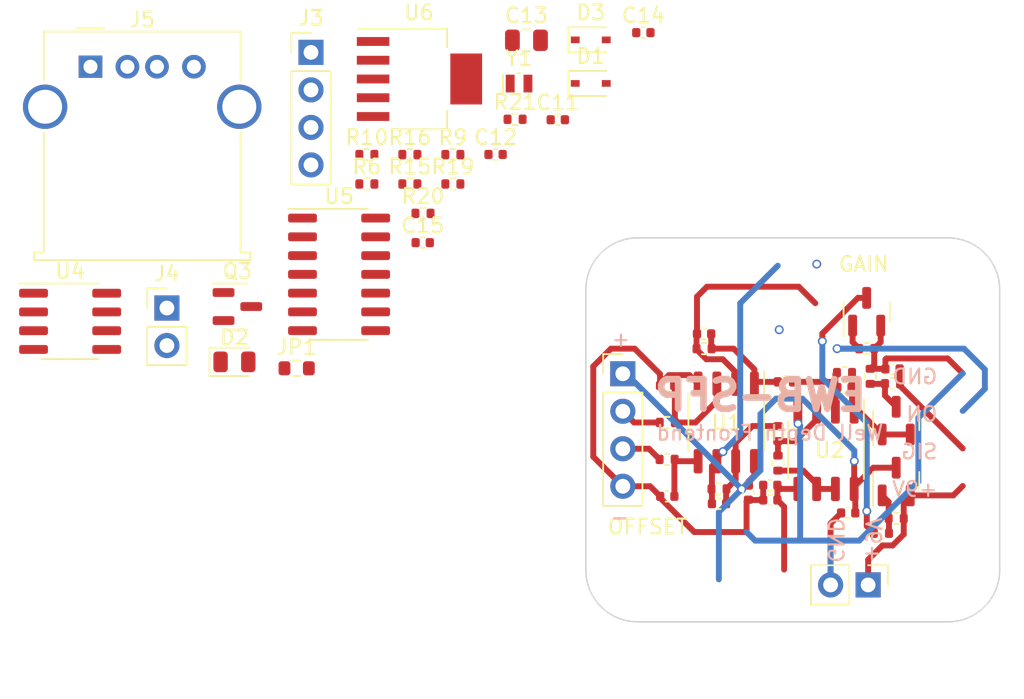
<source format=kicad_pcb>
(kicad_pcb (version 20211014) (generator pcbnew)
  (title_block (title "Depth Sensor") (date "2022-02-08") (rev "1") (company "EWB-SFP") (comment 1 "Hans Gaensbauer"))
  (layers (0 "F.Cu" signal) (31 "B.Cu" signal) (34 "B.Paste" user) (35 "F.Paste" user) (36 "B.SilkS" user "B.Silkscreen") (37 "F.SilkS" user "F.Silkscreen") (38 "B.Mask" user) (39 "F.Mask" user) (44 "Edge.Cuts" user))
  (net 0 "")
  (net 1 "GND")
  (net 2 "Net-(C1-Pad2)")
  (net 3 "Net-(C2-Pad2)")
  (net 4 "Net-(C3-Pad1)")
  (net 5 "Net-(C3-Pad2)")
  (net 6 "Net-(C4-Pad1)")
  (net 7 "Net-(C4-Pad2)")
  (net 8 "Net-(C5-Pad2)")
  (net 9 "VDD")
  (net 10 "Net-(C8-Pad1)")
  (net 11 "Net-(C8-Pad2)")
  (net 12 "Net-(C10-Pad2)")
  (net 13 "+9V")
  (net 14 "Net-(J2-Pad2)")
  (net 15 "Net-(J2-Pad3)")
  (net 16 "Net-(C11-Pad1)")
  (net 17 "Net-(Q1-Pad3)")
  (net 18 "Net-(Q2-Pad1)")
  (net 19 "Net-(R12-Pad2)")
  (net 20 "Net-(R13-Pad2)")
  (net 21 "Net-(R17-Pad1)")
  (net 22 "Net-(C12-Pad1)")
  (net 23 "Net-(C13-Pad1)")
  (net 24 "+3V3")
  (net 25 "Net-(D1-Pad1)")
  (net 26 "Net-(D2-Pad1)")
  (net 27 "Net-(D2-Pad2)")
  (net 28 "/VOUT")
  (net 29 "/SWCLK")
  (net 30 "/SWDIO")
  (net 31 "/TXD")
  (net 32 "/RXD")
  (net 34 "/USB_D-")
  (net 35 "/USB_D+")
  (net 36 "/A_ON")
  (net 37 "Net-(Q3-Pad3)")
  (net 38 "/SDA")
  (net 39 "/SCL")
  (footprint "Capacitor_SMD:C_0402_1005Metric" (layer "F.Cu") (at 84.46 39.82)
    (fp_text reference "C15" (at 0 -1.16) (layer "F.SilkS"))
    (fp_text value "2.2u")
    (pad "1" smd roundrect (at -0.48 0) (size 0.56 0.62) (layers "F.Cu" "F.Paste" "F.Mask") (net 1 "GND"))
    (pad "2" smd roundrect (at 0.48 0) (size 0.56 0.62) (layers "F.Cu" "F.Paste" "F.Mask") (net 24 "+3V3"))
  )
  (footprint "Package_TO_SOT_SMD:SOT-23" (layer "F.Cu") (at 116.5 56 90)
    (fp_text reference "Q2" hide)
    (fp_text value "Q_PMOS_GSD")
    (pad "1" smd roundrect locked (at -0.9375 -0.95 90) (size 1.475 0.6) (layers "F.Cu" "F.Paste" "F.Mask") (net 18 "Net-(Q2-Pad1)"))
    (pad "2" smd roundrect locked (at -0.9375 0.95 90) (size 1.475 0.6) (layers "F.Cu" "F.Paste" "F.Mask") (net 13 "+9V"))
    (pad "3" smd roundrect locked (at 0.9375 0 90) (size 1.475 0.6) (layers "F.Cu" "F.Paste" "F.Mask") (net 9 "VDD"))
  )
  (footprint "Capacitor_SMD:C_0402_1005Metric" (layer "F.Cu") (at 103.5 46)
    (fp_text reference "C3" hide)
    (fp_text value "1u")
    (pad "1" smd roundrect locked (at -0.48 0) (size 0.56 0.62) (layers "F.Cu" "F.Paste" "F.Mask") (net 4 "Net-(C3-Pad1)"))
    (pad "2" smd roundrect locked (at 0.48 0) (size 0.56 0.62) (layers "F.Cu" "F.Paste" "F.Mask") (net 5 "Net-(C3-Pad2)"))
  )
  (footprint "Resistor_SMD:R_0402_1005Metric" (layer "F.Cu") (at 116.5 58.5)
    (fp_text reference "R1" hide)
    (fp_text value "2.2k")
    (pad "1" smd roundrect locked (at -0.51 0) (size 0.54 0.64) (layers "F.Cu" "F.Paste" "F.Mask") (net 18 "Net-(Q2-Pad1)"))
    (pad "2" smd roundrect locked (at 0.51 0) (size 0.54 0.64) (layers "F.Cu" "F.Paste" "F.Mask") (net 13 "+9V"))
  )
  (footprint "Capacitor_SMD:C_0402_1005Metric" (layer "F.Cu") (at 107.98 56.25)
    (fp_text reference "C7" hide)
    (fp_text value "100n")
    (pad "1" smd roundrect locked (at -0.48 0) (size 0.56 0.62) (layers "F.Cu" "F.Paste" "F.Mask") (net 1 "GND"))
    (pad "2" smd roundrect locked (at 0.48 0) (size 0.56 0.62) (layers "F.Cu" "F.Paste" "F.Mask") (net 8 "Net-(C5-Pad2)"))
  )
  (footprint "Connector_PinHeader_2.54mm:PinHeader_1x02_P2.54mm_Vertical" (layer "F.Cu") (at 67.15 44.25)
    (fp_text reference "J4" (at 0 -2.33) (layer "F.SilkS"))
    (fp_text value "Conn_01x02_Male")
    (pad "1" thru_hole rect (at 0 0) (size 1.7 1.7) (drill 1) (layers *.Cu *.Mask) (net 31 "/TXD"))
    (pad "2" thru_hole oval (at 0 2.54) (size 1.7 1.7) (drill 1) (layers *.Cu *.Mask) (net 32 "/RXD"))
  )
  (footprint "Capacitor_SMD:C_0402_1005Metric" (layer "F.Cu") (at 113.25 58.125)
    (fp_text reference "C9" hide)
    (fp_text value "1u")
    (pad "1" smd roundrect locked (at -0.48 0) (size 0.56 0.62) (layers "F.Cu" "F.Paste" "F.Mask") (net 1 "GND"))
    (pad "2" smd roundrect locked (at 0.48 0) (size 0.56 0.62) (layers "F.Cu" "F.Paste" "F.Mask") (net 9 "VDD"))
  )
  (footprint "Capacitor_SMD:C_0402_1005Metric" (layer "F.Cu") (at 89.39 33.85)
    (fp_text reference "C12" (at 0 -1.16) (layer "F.SilkS"))
    (fp_text value "10p")
    (pad "1" smd roundrect (at -0.48 0) (size 0.56 0.62) (layers "F.Cu" "F.Paste" "F.Mask") (net 22 "Net-(C12-Pad1)"))
    (pad "2" smd roundrect (at 0.48 0) (size 0.56 0.62) (layers "F.Cu" "F.Paste" "F.Mask") (net 1 "GND"))
  )
  (footprint "Capacitor_SMD:C_0402_1005Metric" (layer "F.Cu") (at 106.5 56.75 90)
    (fp_text reference "C6" hide)
    (fp_text value "1u")
    (pad "1" smd roundrect locked (at -0.48 0 90) (size 0.56 0.62) (layers "F.Cu" "F.Paste" "F.Mask") (net 1 "GND"))
    (pad "2" smd roundrect locked (at 0.48 0 90) (size 0.56 0.62) (layers "F.Cu" "F.Paste" "F.Mask") (net 9 "VDD"))
  )
  (footprint "Resistor_SMD:R_0402_1005Metric" (layer "F.Cu") (at 101 54.5)
    (fp_text reference "R5" hide)
    (fp_text value "100")
    (pad "1" smd roundrect locked (at -0.51 0) (size 0.54 0.64) (layers "F.Cu" "F.Paste" "F.Mask") (net 15 "Net-(J2-Pad3)"))
    (pad "2" smd roundrect locked (at 0.51 0) (size 0.54 0.64) (layers "F.Cu" "F.Paste" "F.Mask") (net 3 "Net-(C2-Pad2)"))
  )
  (footprint "Resistor_SMD:R_0402_1005Metric" (layer "F.Cu") (at 104.51 56.5)
    (fp_text reference "R8" hide)
    (fp_text value "10k")
    (pad "1" smd roundrect locked (at -0.51 0) (size 0.54 0.64) (layers "F.Cu" "F.Paste" "F.Mask") (net 6 "Net-(C4-Pad1)"))
    (pad "2" smd roundrect locked (at 0.51 0) (size 0.54 0.64) (layers "F.Cu" "F.Paste" "F.Mask") (net 7 "Net-(C4-Pad2)"))
  )
  (footprint "Crystal:Crystal_SMD_MicroCrystal_CM9V-T1A-2Pin_1.6x1.0mm" (layer "F.Cu") (at 90.98 29.05)
    (fp_text reference "Y1" (at 0 -1.7) (layer "F.SilkS"))
    (fp_text value "Crystal_Small")
    (pad "1" smd rect (at -0.6 0) (size 0.6 1.2) (layers "F.Cu" "F.Paste" "F.Mask") (net 22 "Net-(C12-Pad1)"))
    (pad "2" smd rect (at 0.6 0) (size 0.6 1.2) (layers "F.Cu" "F.Paste" "F.Mask") (net 16 "Net-(C11-Pad1)"))
  )
  (footprint "Resistor_SMD:R_0402_1005Metric" (layer "F.Cu") (at 86.5 33.86)
    (fp_text reference "R9" (at 0 -1.17) (layer "F.SilkS"))
    (fp_text value "10k")
    (pad "1" smd roundrect (at -0.51 0) (size 0.54 0.64) (layers "F.Cu" "F.Paste" "F.Mask") (net 38 "/SDA"))
    (pad "2" smd roundrect (at 0.51 0) (size 0.54 0.64) (layers "F.Cu" "F.Paste" "F.Mask") (net 24 "+3V3"))
  )
  (footprint "Resistor_SMD:R_0402_1005Metric" (layer "F.Cu") (at 90.71 31.47)
    (fp_text reference "R21" (at 0 -1.17) (layer "F.SilkS"))
    (fp_text value "~")
    (pad "1" smd roundrect (at -0.51 0) (size 0.54 0.64) (layers "F.Cu" "F.Paste" "F.Mask") (net 1 "GND"))
    (pad "2" smd roundrect (at 0.51 0) (size 0.54 0.64) (layers "F.Cu" "F.Paste" "F.Mask") (net 8 "Net-(C5-Pad2)"))
  )
  (footprint "Capacitor_SMD:C_0805_2012Metric" (layer "F.Cu") (at 91.48 26.12)
    (fp_text reference "C13" (at 0 -1.68) (layer "F.SilkS"))
    (fp_text value "10u")
    (pad "1" smd roundrect (at -0.95 0) (size 1 1.45) (layers "F.Cu" "F.Paste" "F.Mask") (net 23 "Net-(C13-Pad1)"))
    (pad "2" smd roundrect (at 0.95 0) (size 1 1.45) (layers "F.Cu" "F.Paste" "F.Mask") (net 1 "GND"))
  )
  (footprint "MountingHole:MountingHole_3.2mm_M3" (layer "F.Cu") (at 120 62)
    (fp_text reference "H4" hide)
    (fp_text value "MountingHole")
    (pad "" np_thru_hole circle locked (at 0 0) (size 3.2 3.2) (drill 3.2) (layers *.Cu *.Mask))
  )
  (footprint "Connector_USB:USB_A_Molex_67643_Horizontal" (layer "F.Cu") (at 61.978208 27.91)
    (fp_text reference "J5" (at 3.5 -3.19) (layer "F.SilkS"))
    (fp_text value "USB_A")
    (pad "1" thru_hole rect (at 0 0) (size 1.6 1.5) (drill 0.95) (layers *.Cu *.Mask))
    (pad "2" thru_hole circle (at 2.5 0) (size 1.6 1.6) (drill 0.95) (layers *.Cu *.Mask) (net 34 "/USB_D-"))
    (pad "3" thru_hole circle (at 4.5 0) (size 1.6 1.6) (drill 0.95) (layers *.Cu *.Mask) (net 35 "/USB_D+"))
    (pad "4" thru_hole circle (at 7 0) (size 1.6 1.6) (drill 0.95) (layers *.Cu *.Mask) (net 1 "GND"))
    (pad "5" thru_hole circle (at -3.07 2.71) (size 3 3) (drill 2.3) (layers *.Cu *.Mask) (net 1 "GND"))
    (pad "5" thru_hole circle (at 10.07 2.71) (size 3 3) (drill 2.3) (layers *.Cu *.Mask) (net 1 "GND"))
  )
  (footprint "Resistor_SMD:R_0402_1005Metric" (layer "F.Cu") (at 114.5 47 180)
    (fp_text reference "R2" hide)
    (fp_text value "2.2k")
    (pad "1" smd roundrect locked (at -0.51 0 180) (size 0.54 0.64) (layers "F.Cu" "F.Paste" "F.Mask") (net 1 "GND"))
    (pad "2" smd roundrect locked (at 0.51 0 180) (size 0.54 0.64) (layers "F.Cu" "F.Paste" "F.Mask") (net 36 "/A_ON"))
  )
  (footprint "Connector_PinHeader_2.54mm:PinHeader_1x04_P2.54mm_Vertical" (layer "F.Cu") (at 98 48.7)
    (fp_text reference "J2" hide)
    (fp_text value "Conn_01x04_Female")
    (pad "1" thru_hole rect locked (at 0 0) (size 1.7 1.7) (drill 1) (layers *.Cu *.Mask) (net 9 "VDD"))
    (pad "2" thru_hole oval locked (at 0 2.54) (size 1.7 1.7) (drill 1) (layers *.Cu *.Mask) (net 14 "Net-(J2-Pad2)"))
    (pad "3" thru_hole oval locked (at 0 5.08) (size 1.7 1.7) (drill 1) (layers *.Cu *.Mask) (net 15 "Net-(J2-Pad3)"))
    (pad "4" thru_hole oval locked (at 0 7.62) (size 1.7 1.7) (drill 1) (layers *.Cu *.Mask) (net 1 "GND"))
  )
  (footprint "Capacitor_SMD:C_0402_1005Metric" (layer "F.Cu") (at 99.39 25.6)
    (fp_text reference "C14" (at 0 -1.16) (layer "F.SilkS"))
    (fp_text value "2.2u")
    (pad "1" smd roundrect (at -0.48 0) (size 0.56 0.62) (layers "F.Cu" "F.Paste" "F.Mask") (net 1 "GND"))
    (pad "2" smd roundrect (at 0.48 0) (size 0.56 0.62) (layers "F.Cu" "F.Paste" "F.Mask") (net 13 "+9V"))
  )
  (footprint "Capacitor_SMD:C_0402_1005Metric" (layer "F.Cu") (at 113 49.625)
    (fp_text reference "C8" hide)
    (fp_text value "1u")
    (pad "1" smd roundrect locked (at -0.48 0) (size 0.56 0.62) (layers "F.Cu" "F.Paste" "F.Mask") (net 10 "Net-(C8-Pad1)"))
    (pad "2" smd roundrect locked (at 0.48 0) (size 0.56 0.62) (layers "F.Cu" "F.Paste" "F.Mask") (net 11 "Net-(C8-Pad2)"))
  )
  (footprint "Capacitor_SMD:C_0402_1005Metric" (layer "F.Cu") (at 93.6 31.5)
    (fp_text reference "C11" (at 0 -1.16) (layer "F.SilkS"))
    (fp_text value "10p")
    (pad "1" smd roundrect (at -0.48 0) (size 0.56 0.62) (layers "F.Cu" "F.Paste" "F.Mask") (net 16 "Net-(C11-Pad1)"))
    (pad "2" smd roundrect (at 0.48 0) (size 0.56 0.62) (layers "F.Cu" "F.Paste" "F.Mask") (net 1 "GND"))
  )
  (footprint "Package_TO_SOT_SMD:SOT-223-6" (layer "F.Cu") (at 84.24 28.74)
    (fp_text reference "U6" (at -0.0375 -4.5) (layer "F.SilkS"))
    (fp_text value "MCP1793T-3302H/DC")
    (pad "1" smd rect (at -3.1375 -2.54) (size 2.2 0.6) (layers "F.Cu" "F.Paste" "F.Mask") (net 13 "+9V"))
    (pad "2" smd rect (at -3.1375 -1.27) (size 2.2 0.6) (layers "F.Cu" "F.Paste" "F.Mask") (net 13 "+9V"))
    (pad "3" smd rect (at -3.1375 0) (size 2.2 0.6) (layers "F.Cu" "F.Paste" "F.Mask") (net 1 "GND"))
    (pad "4" smd rect (at -3.1375 1.27) (size 2.2 0.6) (layers "F.Cu" "F.Paste" "F.Mask") (net 24 "+3V3"))
    (pad "5" smd rect (at -3.1375 2.54) (size 2.2 0.6) (layers "F.Cu" "F.Paste" "F.Mask"))
    (pad "6" smd rect (at 3.1625 0) (size 2.15 3.45) (layers "F.Cu" "F.Paste" "F.Mask") (net 1 "GND"))
  )
  (footprint "Connector_PinHeader_2.54mm:PinHeader_1x04_P2.54mm_Vertical" (layer "F.Cu") (at 76.9 26.94)
    (fp_text reference "J3" (at 0 -2.33) (layer "F.SilkS"))
    (fp_text value "Conn_01x04_Male")
    (pad "1" thru_hole rect (at 0 0) (size 1.7 1.7) (drill 1) (layers *.Cu *.Mask) (net 24 "+3V3"))
    (pad "2" thru_hole oval (at 0 2.54) (size 1.7 1.7) (drill 1) (layers *.Cu *.Mask) (net 29 "/SWCLK"))
    (pad "3" thru_hole oval (at 0 5.08) (size 1.7 1.7) (drill 1) (layers *.Cu *.Mask) (net 30 "/SWDIO"))
    (pad "4" thru_hole oval (at 0 7.62) (size 1.7 1.7) (drill 1) (layers *.Cu *.Mask) (net 1 "GND"))
  )
  (footprint "Diode_SMD:D_SOD-323" (layer "F.Cu") (at 95.83 26.09)
    (fp_text reference "D3" (at 0 -1.85) (layer "F.SilkS"))
    (fp_text value "3.3")
    (pad "1" smd rect (at -1.05 0) (size 0.6 0.45) (layers "F.Cu" "F.Paste" "F.Mask") (net 28 "/VOUT"))
    (pad "2" smd rect (at 1.05 0) (size 0.6 0.45) (layers "F.Cu" "F.Paste" "F.Mask") (net 1 "GND"))
  )
  (footprint "Package_SO:SOP-8_3.9x4.9mm_P1.27mm" (layer "F.Cu") (at 111.75 53.875 -90)
    (fp_text reference "U2" (at 0 -0.25 180) (layer "F.SilkS"))
    (fp_text value "LM358")
    (pad "1" smd roundrect locked (at -2.625 -1.905 270) (size 1.65 0.6) (layers "F.Cu" "F.Paste" "F.Mask") (net 11 "Net-(C8-Pad2)"))
    (pad "2" smd roundrect locked (at -2.625 -0.635 270) (size 1.65 0.6) (layers "F.Cu" "F.Paste" "F.Mask") (net 10 "Net-(C8-Pad1)"))
    (pad "3" smd roundrect locked (at -2.625 0.635 270) (size 1.65 0.6) (layers "F.Cu" "F.Paste" "F.Mask") (net 19 "Net-(R12-Pad2)"))
    (pad "4" smd roundrect locked (at -2.625 1.905 270) (size 1.65 0.6) (layers "F.Cu" "F.Paste" "F.Mask") (net 1 "GND"))
    (pad "5" smd roundrect locked (at 2.625 1.905 270) (size 1.65 0.6) (layers "F.Cu" "F.Paste" "F.Mask") (net 8 "Net-(C5-Pad2)"))
    (pad "6" smd roundrect locked (at 2.625 0.635 270) (size 1.65 0.6) (layers "F.Cu" "F.Paste" "F.Mask") (net 20 "Net-(R13-Pad2)"))
    (pad "7" smd roundrect locked (at 2.625 -0.635 270) (size 1.65 0.6) (layers "F.Cu" "F.Paste" "F.Mask") (net 20 "Net-(R13-Pad2)"))
    (pad "8" smd roundrect locked (at 2.625 -1.905 270) (size 1.65 0.6) (layers "F.Cu" "F.Paste" "F.Mask") (net 9 "VDD"))
  )
  (footprint "Capacitor_SMD:C_0402_1005Metric" (layer "F.Cu") (at 104.51 57.5)
    (fp_text reference "C4" hide)
    (fp_text value "1u")
    (pad "1" smd roundrect locked (at -0.48 0) (size 0.56 0.62) (layers "F.Cu" "F.Paste" "F.Mask") (net 6 "Net-(C4-Pad1)"))
    (pad "2" smd roundrect locked (at 0.48 0) (size 0.56 0.62) (layers "F.Cu" "F.Paste" "F.Mask") (net 7 "Net-(C4-Pad2)"))
  )
  (footprint "Resistor_SMD:R_0402_1005Metric" (layer "F.Cu") (at 86.5 35.85)
    (fp_text reference "R19" (at 0 -1.17) (layer "F.SilkS"))
    (fp_text value "330")
    (pad "1" smd roundrect (at -0.51 0) (size 0.54 0.64) (layers "F.Cu" "F.Paste" "F.Mask") (net 28 "/VOUT"))
    (pad "2" smd roundrect (at 0.51 0) (size 0.54 0.64) (layers "F.Cu" "F.Paste" "F.Mask") (net 12 "Net-(C10-Pad2)"))
  )
  (footprint "Package_TO_SOT_SMD:SOT-23" (layer "F.Cu") (at 114.5 44.5 90)
    (fp_text reference "Q1" hide)
    (fp_text value "Q_NMOS_GSD")
    (pad "1" smd roundrect locked (at -0.9375 -0.95 90) (size 1.475 0.6) (layers "F.Cu" "F.Paste" "F.Mask") (net 36 "/A_ON"))
    (pad "2" smd roundrect locked (at -0.9375 0.95 90) (size 1.475 0.6) (layers "F.Cu" "F.Paste" "F.Mask") (net 1 "GND"))
    (pad "3" smd roundrect locked (at 0.9375 0 90) (size 1.475 0.6) (layers "F.Cu" "F.Paste" "F.Mask") (net 17 "Net-(Q1-Pad3)"))
  )
  (footprint "Resistor_SMD:R_0402_1005Metric" (layer "F.Cu") (at 84.48 37.84)
    (fp_text reference "R20" (at 0 -1.17) (layer "F.SilkS"))
    (fp_text value "300")
    (pad "1" smd roundrect (at -0.51 0) (size 0.54 0.64) (layers "F.Cu" "F.Paste" "F.Mask") (net 6 "Net-(C4-Pad1)"))
    (pad "2" smd roundrect (at 0.51 0) (size 0.54 0.64) (layers "F.Cu" "F.Paste" "F.Mask") (net 4 "Net-(C3-Pad1)"))
  )
  (footprint "MountingHole:MountingHole_3.2mm_M3" (layer "F.Cu") (at 99 43)
    (fp_text reference "H1" hide)
    (fp_text value "MountingHole")
    (pad "" np_thru_hole circle locked (at 0 0) (size 3.2 3.2) (drill 3.2) (layers *.Cu *.Mask))
  )
  (footprint "Resistor_SMD:R_0402_1005Metric" (layer "F.Cu") (at 115.5 59.5)
    (fp_text reference "R3" hide)
    (fp_text value "2.2k")
    (pad "1" smd roundrect locked (at -0.51 0) (size 0.54 0.64) (layers "F.Cu" "F.Paste" "F.Mask") (net 17 "Net-(Q1-Pad3)"))
    (pad "2" smd roundrect locked (at 0.51 0) (size 0.54 0.64) (layers "F.Cu" "F.Paste" "F.Mask") (net 18 "Net-(Q2-Pad1)"))
  )
  (footprint "LED_SMD:LED_0805_2012Metric" (layer "F.Cu") (at 71.72 47.895)
    (fp_text reference "D2" (at 0 -1.65) (layer "F.SilkS"))
    (fp_text value "LED_Small")
    (pad "1" smd roundrect (at -0.9375 0) (size 0.975 1.4) (layers "F.Cu" "F.Paste" "F.Mask") (net 26 "Net-(D2-Pad1)"))
    (pad "2" smd roundrect (at 0.9375 0) (size 0.975 1.4) (layers "F.Cu" "F.Paste" "F.Mask") (net 27 "Net-(D2-Pad2)"))
  )
  (footprint "Capacitor_SMD:C_0402_1005Metric" (layer "F.Cu") (at 101.01 57)
    (fp_text reference "C2" hide)
    (fp_text value "1u")
    (pad "1" smd roundrect locked (at -0.48 0) (size 0.56 0.62) (layers "F.Cu" "F.Paste" "F.Mask") (net 1 "GND"))
    (pad "2" smd roundrect locked (at 0.48 0) (size 0.56 0.62) (layers "F.Cu" "F.Paste" "F.Mask") (net 3 "Net-(C2-Pad2)"))
  )
  (footprint "Resistor_SMD:R_0603_1608Metric" (layer "F.Cu") (at 75.93 48.33)
    (fp_text reference "JP1" (at 0 -1.43) (layer "F.SilkS"))
    (fp_text value "SolderJumper_2_Open")
    (pad "1" smd roundrect (at -0.825 0) (size 0.8 0.95) (layers "F.Cu" "F.Paste" "F.Mask") (net 1 "GND"))
    (pad "2" smd roundrect (at 0.825 0) (size 0.8 0.95) (layers "F.Cu" "F.Paste" "F.Mask") (net 23 "Net-(C13-Pad1)"))
  )
  (footprint "Resistor_SMD:R_0402_1005Metric" (layer "F.Cu") (at 108.5 54.75 -90)
    (fp_text reference "R13" hide)
    (fp_text value "2.2k")
    (pad "1" smd roundrect locked (at -0.51 0 270) (size 0.54 0.64) (layers "F.Cu" "F.Paste" "F.Mask") (net 19 "Net-(R12-Pad2)"))
    (pad "2" smd roundrect locked (at 0.51 0 270) (size 0.54 0.64) (layers "F.Cu" "F.Paste" "F.Mask") (net 20 "Net-(R13-Pad2)"))
  )
  (footprint "MountingHole:MountingHole_3.2mm_M3" (layer "F.Cu") (at 99 62)
    (fp_text reference "H2" hide)
    (fp_text value "MountingHole")
    (pad "" np_thru_hole circle locked (at 0 0) (size 3.2 3.2) (drill 3.2) (layers *.Cu *.Mask))
  )
  (footprint "Package_TO_SOT_SMD:SOT-23" (layer "F.Cu") (at 71.92 44.15)
    (fp_text reference "Q3" (at 0 -2.4) (layer "F.SilkS"))
    (fp_text value "Q_PMOS_GSD")
    (pad "1" smd roundrect (at -0.9375 -0.95) (size 1.475 0.6) (layers "F.Cu" "F.Paste" "F.Mask") (net 23 "Net-(C13-Pad1)"))
    (pad "2" smd roundrect (at -0.9375 0.95) (size 1.475 0.6) (layers "F.Cu" "F.Paste" "F.Mask") (net 24 "+3V3"))
    (pad "3" smd roundrect (at 0.9375 0) (size 1.475 0.6) (layers "F.Cu" "F.Paste" "F.Mask") (net 37 "Net-(Q3-Pad3)"))
  )
  (footprint "Capacitor_SMD:C_0402_1005Metric" (layer "F.Cu") (at 101 49.5)
    (fp_text reference "C1" hide)
    (fp_text value "1u")
    (pad "1" smd roundrect locked (at -0.48 0) (size 0.56 0.62) (layers "F.Cu" "F.Paste" "F.Mask") (net 1 "GND"))
    (pad "2" smd roundrect locked (at 0.48 0) (size 0.56 0.62) (layers "F.Cu" "F.Paste" "F.Mask") (net 2 "Net-(C1-Pad2)"))
  )
  (footprint "Package_SO:SOIC-14_3.9x8.7mm_P1.27mm" (layer "F.Cu") (at 78.8 41.97)
    (fp_text reference "U5" (at 0 -5.28) (layer "F.SilkS"))
    (fp_text value "ATSAMD11C14A-SS")
    (pad "1" smd roundrect (at -2.475 -3.81) (size 1.95 0.6) (layers "F.Cu" "F.Paste" "F.Mask") (net 36 "/A_ON"))
    (pad "2" smd roundrect (at -2.475 -2.54) (size 1.95 0.6) (layers "F.Cu" "F.Paste" "F.Mask") (net 31 "/TXD"))
    (pad "3" smd roundrect (at -2.475 -1.27) (size 1.95 0.6) (layers "F.Cu" "F.Paste" "F.Mask") (net 32 "/RXD"))
    (pad "4" smd roundrect (at -2.475 0) (size 1.95 0.6) (layers "F.Cu" "F.Paste" "F.Mask") (net 38 "/SDA"))
    (pad "5" smd roundrect (at -2.475 1.27) (size 1.95 0.6) (layers "F.Cu" "F.Paste" "F.Mask") (net 39 "/SCL"))
    (pad "6" smd roundrect (at -2.475 2.54) (size 1.95 0.6) (layers "F.Cu" "F.Paste" "F.Mask"))
    (pad "7" smd roundrect (at -2.475 3.81) (size 1.95 0.6) (layers "F.Cu" "F.Paste" "F.Mask") (net 29 "/SWCLK"))
    (pad "8" smd roundrect (at 2.475 3.81) (size 1.95 0.6) (layers "F.Cu" "F.Paste" "F.Mask") (net 30 "/SWDIO"))
    (pad "9" smd roundrect (at 2.475 2.54) (size 1.95 0.6) (layers "F.Cu" "F.Paste" "F.Mask") (net 34 "/USB_D-"))
    (pad "10" smd roundrect (at 2.475 1.27) (size 1.95 0.6) (layers "F.Cu" "F.Paste" "F.Mask") (net 35 "/USB_D+"))
    (pad "11" smd roundrect (at 2.475 0) (size 1.95 0.6) (layers "F.Cu" "F.Paste" "F.Mask") (net 1 "GND"))
    (pad "12" smd roundrect (at 2.475 -1.27) (size 1.95 0.6) (layers "F.Cu" "F.Paste" "F.Mask") (net 37 "Net-(Q3-Pad3)"))
    (pad "13" smd roundrect (at 2.475 -2.54) (size 1.95 0.6) (layers "F.Cu" "F.Paste" "F.Mask") (net 28 "/VOUT"))
    (pad "14" smd roundrect (at 2.475 -3.81) (size 1.95 0.6) (layers "F.Cu" "F.Paste" "F.Mask") (net 27 "Net-(D2-Pad2)"))
  )
  (footprint "Resistor_SMD:R_0402_1005Metric" (layer "F.Cu") (at 114.75 48.875 90)
    (fp_text reference "R17" hide)
    (fp_text value "330")
    (pad "1" smd roundrect locked (at -0.51 0 90) (size 0.54 0.64) (layers "F.Cu" "F.Paste" "F.Mask") (net 21 "Net-(R17-Pad1)"))
    (pad "2" smd roundrect locked (at 0.51 0 90) (size 0.54 0.64) (layers "F.Cu" "F.Paste" "F.Mask") (net 1 "GND"))
  )
  (footprint "Resistor_SMD:R_0402_1005Metric" (layer "F.Cu") (at 83.59 33.86)
    (fp_text reference "R16" (at 0 -1.17) (layer "F.SilkS"))
    (fp_text value "200")
    (pad "1" smd roundrect (at -0.51 0) (size 0.54 0.64) (layers "F.Cu" "F.Paste" "F.Mask") (net 26 "Net-(D2-Pad1)"))
    (pad "2" smd roundrect (at 0.51 0) (size 0.54 0.64) (layers "F.Cu" "F.Paste" "F.Mask") (net 1 "GND"))
  )
  (footprint "Resistor_SMD:R_0402_1005Metric" (layer "F.Cu") (at 103.5 47 180)
    (fp_text reference "R7" hide)
    (fp_text value "10k")
    (pad "1" smd roundrect locked (at -0.51 0 180) (size 0.54 0.64) (layers "F.Cu" "F.Paste" "F.Mask") (net 5 "Net-(C3-Pad2)"))
    (pad "2" smd roundrect locked (at 0.51 0 180) (size 0.54 0.64) (layers "F.Cu" "F.Paste" "F.Mask") (net 4 "Net-(C3-Pad1)"))
  )
  (footprint "Resistor_SMD:R_0402_1005Metric" (layer "F.Cu") (at 80.68 33.86)
    (fp_text reference "R10" (at 0 -1.17) (layer "F.SilkS"))
    (fp_text value "10k")
    (pad "1" smd roundrect (at -0.51 0) (size 0.54 0.64) (layers "F.Cu" "F.Paste" "F.Mask") (net 39 "/SCL"))
    (pad "2" smd roundrect (at 0.51 0) (size 0.54 0.64) (layers "F.Cu" "F.Paste" "F.Mask") (net 24 "+3V3"))
  )
  (footprint "Diode_SMD:D_SOD-323" (layer "F.Cu") (at 95.83 29.04)
    (fp_text reference "D1" (at 0 -1.85) (layer "F.SilkS"))
    (fp_text value "D_Schottky_Small")
    (pad "1" smd rect (at -1.05 0) (size 0.6 0.45) (layers "F.Cu" "F.Paste" "F.Mask") (net 25 "Net-(D1-Pad1)"))
    (pad "2" smd rect (at 1.05 0) (size 0.6 0.45) (layers "F.Cu" "F.Paste" "F.Mask") (net 23 "Net-(C13-Pad1)"))
  )
  (footprint "Capacitor_SMD:C_0402_1005Metric" (layer "F.Cu") (at 107.98 57.25)
    (fp_text reference "C5" hide)
    (fp_text value "10u")
    (pad "1" smd roundrect locked (at -0.48 0) (size 0.56 0.62) (layers "F.Cu" "F.Paste" "F.Mask") (net 1 "GND"))
    (pad "2" smd roundrect locked (at 0.48 0) (size 0.56 0.62) (layers "F.Cu" "F.Paste" "F.Mask") (net 8 "Net-(C5-Pad2)"))
  )
  (footprint "Resistor_SMD:R_0402_1005Metric" (layer "F.Cu") (at 113 48.625)
    (fp_text reference "R14" hide)
    (fp_text value "2.2k")
    (pad "1" smd roundrect locked (at -0.51 0) (size 0.54 0.64) (layers "F.Cu" "F.Paste" "F.Mask") (net 10 "Net-(C8-Pad1)"))
    (pad "2" smd roundrect locked (at 0.51 0) (size 0.54 0.64) (layers "F.Cu" "F.Paste" "F.Mask") (net 11 "Net-(C8-Pad2)"))
  )
  (footprint "Resistor_SMD:R_0402_1005Metric" (layer "F.Cu") (at 116.25 49.375)
    (fp_text reference "R18" hide)
    (fp_text value "330")
    (pad "1" smd roundrect locked (at -0.51 0) (size 0.54 0.64) (layers "F.Cu" "F.Paste" "F.Mask") (net 21 "Net-(R17-Pad1)"))
    (pad "2" smd roundrect locked (at 0.51 0) (size 0.54 0.64) (layers "F.Cu" "F.Paste" "F.Mask") (net 12 "Net-(C10-Pad2)"))
  )
  (footprint "Resistor_SMD:R_0402_1005Metric" (layer "F.Cu") (at 83.59 35.85)
    (fp_text reference "R15" (at 0 -1.17) (layer "F.SilkS"))
    (fp_text value "100k")
    (pad "1" smd roundrect (at -0.51 0) (size 0.54 0.64) (layers "F.Cu" "F.Paste" "F.Mask") (net 23 "Net-(C13-Pad1)"))
    (pad "2" smd roundrect (at 0.51 0) (size 0.54 0.64) (layers "F.Cu" "F.Paste" "F.Mask") (net 24 "+3V3"))
  )
  (footprint "Capacitor_SMD:C_0402_1005Metric" (layer "F.Cu") (at 116.25 48.375)
    (fp_text reference "C10" hide)
    (fp_text value "100n")
    (pad "1" smd roundrect locked (at -0.48 0) (size 0.56 0.62) (layers "F.Cu" "F.Paste" "F.Mask") (net 1 "GND"))
    (pad "2" smd roundrect locked (at 0.48 0) (size 0.56 0.62) (layers "F.Cu" "F.Paste" "F.Mask") (net 12 "Net-(C10-Pad2)"))
  )
  (footprint "MountingHole:MountingHole_3.2mm_M3" (layer "F.Cu") (at 120 43)
    (fp_text reference "H3" hide)
    (fp_text value "MountingHole")
    (pad "" np_thru_hole circle locked (at 0 0) (size 3.2 3.2) (drill 3.2) (layers *.Cu *.Mask))
  )
  (footprint "Resistor_SMD:R_0402_1005Metric" (layer "F.Cu") (at 80.68 35.85)
    (fp_text reference "R6" (at 0 -1.17) (layer "F.SilkS"))
    (fp_text value "~")
    (pad "1" smd roundrect (at -0.51 0) (size 0.54 0.64) (layers "F.Cu" "F.Paste" "F.Mask") (net 8 "Net-(C5-Pad2)"))
    (pad "2" smd roundrect (at 0.51 0) (size 0.54 0.64) (layers "F.Cu" "F.Paste" "F.Mask") (net 9 "VDD"))
  )
  (footprint "Resistor_SMD:R_0402_1005Metric" (layer "F.Cu") (at 108.5 52.75 -90)
    (fp_text reference "R12" hide)
    (fp_text value "2.2k")
    (pad "1" smd roundrect locked (at -0.51 0 270) (size 0.54 0.64) (layers "F.Cu" "F.Paste" "F.Mask") (net 7 "Net-(C4-Pad2)"))
    (pad "2" smd roundrect locked (at 0.51 0 270) (size 0.54 0.64) (layers "F.Cu" "F.Paste" "F.Mask") (net 19 "Net-(R12-Pad2)"))
  )
  (footprint "Resistor_SMD:R_0402_1005Metric" (layer "F.Cu") (at 109 49.25)
    (fp_text reference "R11" hide)
    (fp_text value "2.2k")
    (pad "1" smd roundrect locked (at -0.51 0) (size 0.54 0.64) (layers "F.Cu" "F.Paste" "F.Mask") (net 5 "Net-(C3-Pad2)"))
    (pad "2" smd roundrect locked (at 0.51 0) (size 0.54 0.64) (layers "F.Cu" "F.Paste" "F.Mask") (net 10 "Net-(C8-Pad1)"))
  )
  (footprint "Resistor_SMD:R_0402_1005Metric" (layer "F.Cu") (at 101.01 52)
    (fp_text reference "R4" hide)
    (fp_text value "100")
    (pad "1" smd roundrect locked (at -0.51 0) (size 0.54 0.64) (layers "F.Cu" "F.Paste" "F.Mask") (net 14 "Net-(J2-Pad2)"))
    (pad "2" smd roundrect locked (at 0.51 0) (size 0.54 0.64) (layers "F.Cu" "F.Paste" "F.Mask") (net 2 "Net-(C1-Pad2)"))
  )
  (footprint "Package_SO:SOIC-8_3.9x4.9mm_P1.27mm" (layer "F.Cu") (at 60.6 45.15)
    (fp_text reference "U4" (at 0 -3.4) (layer "F.SilkS"))
    (fp_text value "PCF85263AT")
    (pad "1" smd roundrect (at -2.475 -1.905) (size 1.95 0.6) (layers "F.Cu" "F.Paste" "F.Mask") (net 16 "Net-(C11-Pad1)"))
    (pad "2" smd roundrect (at -2.475 -0.635) (size 1.95 0.6) (layers "F.Cu" "F.Paste" "F.Mask") (net 22 "Net-(C12-Pad1)"))
    (pad "3" smd roundrect (at -2.475 0.635) (size 1.95 0.6) (layers "F.Cu" "F.Paste" "F.Mask") (net 24 "+3V3"))
    (pad "4" smd roundrect (at -2.475 1.905) (size 1.95 0.6) (layers "F.Cu" "F.Paste" "F.Mask") (net 1 "GND"))
    (pad "5" smd roundrect (at 2.475 1.905) (size 1.95 0.6) (layers "F.Cu" "F.Paste" "F.Mask") (net 38 "/SDA"))
    (pad "6" smd roundrect (at 2.475 0.635) (size 1.95 0.6) (layers "F.Cu" "F.Paste" "F.Mask") (net 39 "/SCL"))
    (pad "7" smd roundrect (at 2.475 -0.635) (size 1.95 0.6) (layers "F.Cu" "F.Paste" "F.Mask") (net 25 "Net-(D1-Pad1)"))
    (pad "8" smd roundrect (at 2.475 -1.905) (size 1.95 0.6) (layers "F.Cu" "F.Paste" "F.Mask") (net 24 "+3V3"))
  )
  (footprint "Connector_PinHeader_2.54mm:PinHeader_1x02_P2.54mm_Vertical" (layer "F.Cu") (at 114.6 63 -90)
    (fp_text reference "J1" hide)
    (fp_text value "Conn_01x02_Female")
    (pad "1" thru_hole rect locked (at 0 0 270) (size 1.7 1.7) (drill 1) (layers *.Cu *.Mask) (net 13 "+9V"))
    (pad "2" thru_hole oval locked (at 0 2.54 270) (size 1.7 1.7) (drill 1) (layers *.Cu *.Mask) (net 1 "GND"))
  )
  (footprint "Package_SO:SOP-8_3.9x4.9mm_P1.27mm" (layer "F.Cu") (at 105 52 -90)
    (fp_text reference "U1" (at 0 0) (layer "F.SilkS"))
    (fp_text value "LM358")
    (pad "1" smd roundrect locked (at -2.625 -1.905 270) (size 1.65 0.6) (layers "F.Cu" "F.Paste" "F.Mask") (net 5 "Net-(C3-Pad2)"))
    (pad "2" smd roundrect locked (at -2.625 -0.635 270) (size 1.65 0.6) (layers "F.Cu" "F.Paste" "F.Mask") (net 4 "Net-(C3-Pad1)"))
    (pad "3" smd roundrect locked (at -2.625 0.635 270) (size 1.65 0.6) (layers "F.Cu" "F.Paste" "F.Mask") (net 2 "Net-(C1-Pad2)"))
    (pad "4" smd roundrect locked (at -2.625 1.905 270) (size 1.65 0.6) (layers "F.Cu" "F.Paste" "F.Mask") (net 1 "GND"))
    (pad "5" smd roundrect locked (at 2.625 1.905 270) (size 1.65 0.6) (layers "F.Cu" "F.Paste" "F.Mask") (net 3 "Net-(C2-Pad2)"))
    (pad "6" smd roundrect locked (at 2.625 0.635 270) (size 1.65 0.6) (layers "F.Cu" "F.Paste" "F.Mask") (net 6 "Net-(C4-Pad1)"))
    (pad "7" smd roundrect locked (at 2.625 -0.635 270) (size 1.65 0.6) (layers "F.Cu" "F.Paste" "F.Mask") (net 7 "Net-(C4-Pad2)"))
    (pad "8" smd roundrect locked (at 2.625 -1.905 270) (size 1.65 0.6) (layers "F.Cu" "F.Paste" "F.Mask") (net 9 "VDD"))
  )
  (footprint "Package_TO_SOT_SMD:SOT-23" (layer "F.Cu") (at 116.5 51.875 90)
    (fp_text reference "U3" hide)
    (fp_text value "TL431DBZ")
    (pad "1" smd roundrect locked (at -0.9375 -0.95 90) (size 1.475 0.6) (layers "F.Cu" "F.Paste" "F.Mask") (net 11 "Net-(C8-Pad2)"))
    (pad "2" smd roundrect locked (at -0.9375 0.95 90) (size 1.475 0.6) (layers "F.Cu" "F.Paste" "F.Mask") (net 11 "Net-(C8-Pad2)"))
    (pad "3" smd roundrect locked (at 0.9375 0 90) (size 1.475 0.6) (layers "F.Cu" "F.Paste" "F.Mask") (net 21 "Net-(R17-Pad1)"))
  )
  (gr_line (start 99 39.5) (end 120 39.5) (layer "Edge.Cuts") (width 0.1))
  (gr_arc (start 99 65.5) (mid 96.525126 64.474874) (end 95.5 62) (layer "Edge.Cuts") (width 0.1))
  (gr_line (start 120 65.5) (end 99 65.5) (layer "Edge.Cuts") (width 0.1))
  (gr_arc (start 120 39.5) (mid 122.474874 40.525126) (end 123.5 43) (layer "Edge.Cuts") (width 0.1))
  (gr_arc (start 95.5 43) (mid 96.525126 40.525126) (end 99 39.5) (layer "Edge.Cuts") (width 0.1))
  (gr_line (start 123.5 43) (end 123.5 62) (layer "Edge.Cuts") (width 0.1))
  (gr_line (start 95.5 62) (end 95.5 43) (layer "Edge.Cuts") (width 0.1))
  (gr_arc (start 123.5 62) (mid 122.474874 64.474874) (end 120 65.5) (layer "Edge.Cuts") (width 0.1))
  (gr_text "ON" (at 119.38 51.435) (layer "B.SilkS") (effects (font (size 1 1)) (justify left mirror)))
  (gr_text "+9V" (at 119.38 56.515) (layer "B.SilkS") (effects (font (size 1 1)) (justify left mirror)))
  (gr_text "+9V" (at 114.935 61.595 270) (layer "B.SilkS") (effects (font (size 1 1)) (justify left mirror)))
  (gr_text "EWB-SFP" (at 107.315 50.165) (layer "B.SilkS") (effects (font (size 2 2) (thickness 0.45)) (justify mirror)))
  (gr_text "-" (at 97.79 58.42) (layer "B.SilkS") (effects (font (size 1 1)) (justify mirror)))
  (gr_text "Well Depth Frontend" (at 107.95 52.705) (layer "B.SilkS") (effects (font (size 1 1)) (justify mirror)))
  (gr_text "GND" (at 112.395 61.595 270) (layer "B.SilkS") (effects (font (size 1 1)) (justify left mirror)))
  (gr_text "+" (at 97.155 46.355) (layer "B.SilkS") (effects (font (size 1 1)) (justify right mirror)))
  (gr_text "GND" (at 119.38 48.895) (layer "B.SilkS") (effects (font (size 1 1)) (justify left mirror)))
  (gr_text "SIG" (at 119.38 53.975) (layer "B.SilkS") (effects (font (size 1 1)) (justify left mirror)))
  (gr_text "OFFSET" (at 99.695 59.055) (layer "F.SilkS") (effects (font (size 1 1))))
  (gr_text "GAIN" (at 114.3 41.275) (layer "F.SilkS") (effects (font (size 1 1))))
  (segment (start 109.855 51.26) (end 109.855 52.07) (width 0.4) (layer "F.Cu") (net 1))
  (segment (start 96 54.32) (end 98 56.32) (width 0.4) (layer "F.Cu") (net 1))
  (segment (start 100.52 49.5) (end 100.52 48.720978) (width 0.4) (layer "F.Cu") (net 1))
  (segment (start 100.53 57.112996) (end 100.53 57) (width 0.4) (layer "F.Cu") (net 1))
  (segment (start 115.77 47.73) (end 115.83452 47.66548) (width 0.4) (layer "F.Cu") (net 1))
  (segment (start 112.06 58.835) (end 112.77 58.125) (width 0.4) (layer "F.Cu") (net 1))
  (segment (start 101.116524 48.79048) (end 102.51048 48.79048) (width 0.4) (layer "F.Cu") (net 1))
  (segment (start 97.200978 47) (end 96 48.200978) (width 0.4) (layer "F.Cu") (net 1))
  (segment (start 114.75 48.365) (end 115.76 48.365) (width 0.4) (layer "F.Cu") (net 1))
  (segment (start 96 48.200978) (end 96 54.32) (width 0.4) (layer "F.Cu") (net 1))
  (segment (start 107.5 56.25) (end 107.5 57.25) (width 0.4) (layer "F.Cu") (net 1))
  (segment (start 98 56.32) (end 99.85 56.32) (width 0.4) (layer "F.Cu") (net 1))
  (segment (start 100.52 49.387004) (end 101.116524 48.79048) (width 0.4) (layer "F.Cu") (net 1))
  (segment (start 106.375 59.42) (end 102.837004 59.42) (width 0.4) (layer "F.Cu") (net 1))
  (segment (start 106.52 57.25) (end 106.5 57.23) (width 0.4) (layer "F.Cu") (net 1))
  (segment (start 115.01 48.105) (end 114.75 48.365) (width 0.4) (layer "F.Cu") (net 1))
  (segment (start 115.76 48.365) (end 115.77 48.375) (width 0.4) (layer "F.Cu") (net 1))
  (segment (start 115.83452 47.66548) (end 119.98548 47.66548) (width 0.4) (layer "F.Cu") (net 1))
  (segment (start 102.837004 59.42) (end 100.53 57.112996) (width 0.4) (layer "F.Cu") (net 1))
  (segment (start 115.45 46.56) (end 115.01 47) (width 0.4) (layer "F.Cu") (net 1))
  (segment (start 115.45 45.4375) (end 115.45 46.56) (width 0.4) (layer "F.Cu") (net 1))
  (segment (start 115.77 48.375) (end 115.77 47.73) (width 0.4) (layer "F.Cu") (net 1))
  (segment (start 112.06 63) (end 112.06 58.835) (width 0.4) (layer "F.Cu") (net 1))
  (segment (start 98.799022 47) (end 97.200978 47) (width 0.4) (layer "F.Cu") (net 1))
  (segment (start 106.375 57.355) (end 106.5 57.23) (width 0.4) (layer "F.Cu") (net 1))
  (segment (start 100.52 48.720978) (end 98.799022 47) (width 0.4) (layer "F.Cu") (net 1))
  (segment (start 119.98548 47.66548) (end 121 48.68) (width 0.4) (layer "F.Cu") (net 1))
  (segment (start 115.01 47) (end 115.01 48.105) (width 0.4) (layer "F.Cu") (net 1))
  (segment (start 99.85 56.32) (end 100.53 57) (width 0.4) (layer "F.Cu") (net 1))
  (segment (start 106.375 59.42) (end 106.375 57.355) (width 0.4) (layer "F.Cu") (net 1))
  (segment (start 102.51048 48.79048) (end 103.095 49.375) (width 0.4) (layer "F.Cu") (net 1))
  (segment (start 107.5 57.25) (end 106.52 57.25) (width 0.4) (layer "F.Cu") (net 1))
  (segment (start 109.845 51.25) (end 109.855 51.26) (width 0.4) (layer "F.Cu") (net 1))
  (segment (start 100.52 49.5) (end 100.52 49.387004) (width 0.4) (layer "F.Cu") (net 1))
  (via (at 111.125 41.275) (size 0.6) (drill 0.4) (layers "F.Cu" "B.Cu") (net 1))
  (via (at 108.585 45.72) (size 0.6) (drill 0.4) (layers "F.Cu" "B.Cu") (net 1))
  (via (at 109.855 52.07) (size 0.6) (drill 0.4) (layers "F.Cu" "B.Cu") (net 1))
  (segment (start 112 60) (end 112.06 60.06) (width 0.4) (layer "B.Cu") (net 1))
  (segment (start 118 56) (end 114 60) (width 0.4) (layer "B.Cu") (net 1))
  (segment (start 110 60) (end 110 52.215) (width 0.4) (layer "B.Cu") (net 1))
  (segment (start 106.955 60) (end 106.375 59.42) (width 0.4) (layer "B.Cu") (net 1))
  (segment (start 121 48.68) (end 118 51.68) (width 0.4) (layer "B.Cu") (net 1))
  (segment (start 113 60) (end 106.955 60) (width 0.4) (layer "B.Cu") (net 1))
  (segment (start 110 52.215) (end 109.855 52.07) (width 0.4) (layer "B.Cu") (net 1))
  (segment (start 114 60) (end 113 60) (width 0.4) (layer "B.Cu") (net 1))
  (segment (start 112.06 60.06) (end 112.06 63) (width 0.4) (layer "B.Cu") (net 1))
  (segment (start 118 51.68) (end 118 56) (width 0.4) (layer "B.Cu") (net 1))
  (segment (start 113 60) (end 112 60) (width 0.4) (layer "B.Cu") (net 1))
  (segment (start 101.52 49.54) (end 101.48 49.5) (width 0.4) (layer "F.Cu") (net 2))
  (segment (start 101.52 52) (end 101.52 49.54) (width 0.4) (layer "F.Cu") (net 2))
  (segment (start 102.921069 52) (end 101.52 52) (width 0.4) (layer "F.Cu") (net 2))
  (segment (start 104.365 50.556069) (end 102.921069 52) (width 0.4) (layer "F.Cu") (net 2))
  (segment (start 104.365 49.375) (end 104.365 50.556069) (width 0.4) (layer "F.Cu") (net 2))
  (segment (start 101.49 57) (end 101.49 54.52) (width 0.4) (layer "F.Cu") (net 3))
  (segment (start 101.49 54.52) (end 101.51 54.5) (width 0.4) (layer "F.Cu") (net 3))
  (segment (start 103.095 54.625) (end 101.635 54.625) (width 0.4) (layer "F.Cu") (net 3))
  (segment (start 101.635 54.625) (end 101.51 54.5) (width 0.4) (layer "F.Cu") (net 3))
  (segment (start 104.765589 47.71952) (end 103.653595 47.71952) (width 0.4) (layer "F.Cu") (net 4))
  (segment (start 103.653595 47.71952) (end 102.99 47.055925) (width 0.4) (layer "F.Cu") (net 4))
  (segment (start 109.905489 42.805489) (end 111.025 43.925) (width 0.4) (layer "F.Cu") (net 4))
  (segment (start 103.694511 42.805489) (end 109.905489 42.805489) (width 0.4) (layer "F.Cu") (net 4))
  (segment (start 102.99 47.055925) (end 102.99 47) (width 0.4) (layer "F.Cu") (net 4))
  (segment (start 103.02 43.48) (end 103.694511 42.805489) (width 0.4) (layer "F.Cu") (net 4))
  (segment (start 102.99 47) (end 102.99 46.03) (width 0.4) (layer "F.Cu") (net 4))
  (segment (start 105.635 49.375) (end 105.635 48.588931) (width 0.4) (layer "F.Cu") (net 4))
  (segment (start 102.99 46.03) (end 103.02 46) (width 0.4) (layer "F.Cu") (net 4))
  (segment (start 103.02 46) (end 103.02 43.48) (width 0.4) (layer "F.Cu") (net 4))
  (segment (start 105.635 48.588931) (end 104.765589 47.71952) (width 0.4) (layer "F.Cu") (net 4))
  (segment (start 106.905 48.405) (end 106.905 49.375) (width 0.4) (layer "F.Cu") (net 5))
  (segment (start 105.5 47) (end 106.905 48.405) (width 0.4) (layer "F.Cu") (net 5))
  (segment (start 104.01 47) (end 105.5 47) (width 0.4) (layer "F.Cu") (net 5))
  (segment (start 103.98 46.97) (end 104.01 47) (width 0.4) (layer "F.Cu") (net 5))
  (segment (start 108.49 49.25) (end 107.03 49.25) (width 0.4) (layer "F.Cu") (net 5))
  (segment (start 103.98 46) (end 103.98 46.97) (width 0.4) (layer "F.Cu") (net 5))
  (segment (start 107.03 49.25) (end 106.905 49.375) (width 0.4) (layer "F.Cu") (net 5))
  (segment (start 104.365 54.625) (end 104.03 54.96) (width 0.4) (layer "F.Cu") (net 6))
  (segment (start 104.365 54.625) (end 104.365 54.385) (width 0.4) (layer "F.Cu") (net 6))
  (segment (start 104.365 54.385) (end 104.775 53.975) (width 0.4) (layer "F.Cu") (net 6))
  (segment (start 104.03 54.96) (end 104.03 57.5) (width 0.4) (layer "F.Cu") (net 6))
  (via (at 104.775 53.975) (size 0.6) (drill 0.4) (layers "F.Cu" "B.Cu") (net 6))
  (segment (start 108.485 41.385) (end 105.945 43.925) (width 0.4) (layer "B.Cu") (net 6))
  (segment (start 105.945 52.805) (end 104.775 53.975) (width 0.4) (layer "B.Cu") (net 6))
  (segment (start 105.945 43.925) (end 105.945 52.805) (width 0.4) (layer "B.Cu") (net 6))
  (segment (start 105.635 55.885) (end 105.02 56.5) (width 0.4) (layer "F.Cu") (net 7))
  (segment (start 104.99 57.5) (end 104.99 56.53) (width 0.4) (layer "F.Cu") (net 7))
  (segment (start 106.770755 52.24) (end 108.5 52.24) (width 0.4) (layer "F.Cu") (net 7))
  (segment (start 105.635 54.625) (end 105.635 55.885) (width 0.4) (layer "F.Cu") (net 7))
  (segment (start 105.635 53.375755) (end 106.770755 52.24) (width 0.4) (layer "F.Cu") (net 7))
  (segment (start 104.99 56.53) (end 105.02 56.5) (width 0.4) (layer "F.Cu") (net 7))
  (segment (start 105.635 54.625) (end 105.635 53.375755) (width 0.4) (layer "F.Cu") (net 7))
  (segment (start 108.71 56.5) (end 108.46 56.25) (width 0.4) (layer "F.Cu") (net 8))
  (segment (start 108.915 57.705) (end 108.915 61.96) (width 0.4) (layer "F.Cu") (net 8))
  (segment (start 108.46 57.25) (end 108.915 57.705) (width 0.4) (layer "F.Cu") (net 8))
  (segment (start 108.46 56.25) (end 108.46 57.25) (width 0.4) (layer "F.Cu") (net 8))
  (segment (start 109.845 56.5) (end 108.71 56.5) (width 0.4) (layer "F.Cu") (net 8))
  (segment (start 114.948255 55.0625) (end 113.655 56.355755) (width 0.4) (layer "F.Cu") (net 9))
  (segment (start 106.905 55.655) (end 106.045 56.515) (width 0.4) (layer "F.Cu") (net 9))
  (segment (start 106.905 54.625) (end 106.905 55.655) (width 0.4) (layer "F.Cu") (net 9))
  (segment (start 113.655 56.355755) (end 113.655 56.5) (width 0.4) (layer "F.Cu") (net 9))
  (segment (start 113.655 56.5) (end 113.655 54.62) (width 0.4) (layer "F.Cu") (net 9))
  (segment (start 116.5 55.0625) (end 114.948255 55.0625) (width 0.4) (layer "F.Cu") (net 9))
  (segment (start 106.5 56.27) (end 106.5 56) (width 0.4) (layer "F.Cu") (net 9))
  (segment (start 113.655 54.62) (end 113.665 54.61) (width 0.4) (layer "F.Cu") (net 9))
  (segment (start 113.73 56.575) (end 113.655 56.5) (width 0.4) (layer "F.Cu") (net 9))
  (segment (start 106.905 55.595) (end 106.905 54.625) (width 0.4) (layer "F.Cu") (net 9))
  (segment (start 113.73 58.125) (end 113.73 56.575) (width 0.4) (layer "F.Cu") (net 9))
  (segment (start 106.5 56) (end 106.905 55.595) (width 0.4) (layer "F.Cu") (net 9))
  (via (at 106.045 56.515) (size 0.6) (drill 0.4) (layers "F.Cu" "B.Cu") (net 9))
  (via (at 113.665 54.61) (size 0.6) (drill 0.4) (layers "F.Cu" "B.Cu") (net 9))
  (segment (start 98.23 48.7) (end 106.045 56.515) (width 0.4) (layer "B.Cu") (net 9))
  (segment (start 110.147813 50.38431) (end 113.665 53.901497) (width 0.4) (layer "B.Cu") (net 9))
  (segment (start 113.665 53.901497) (end 113.665 54.61) (width 0.4) (layer "B.Cu") (net 9))
  (segment (start 107.315 51.435) (end 108.36569 50.38431) (width 0.4) (layer "B.Cu") (net 9))
  (segment (start 106.045 56.515) (end 107.315 55.245) (width 0.4) (layer "B.Cu") (net 9))
  (segment (start 104.5 58.06) (end 106.045 56.515) (width 0.4) (layer "B.Cu") (net 9))
  (segment (start 104.5 62.625) (end 104.5 58.06) (width 0.4) (layer "B.Cu") (net 9))
  (segment (start 107.315 55.245) (end 107.315 51.435) (width 0.4) (layer "B.Cu") (net 9))
  (segment (start 108.36569 50.38431) (end 110.147813 50.38431) (width 0.4) (layer "B.Cu") (net 9))
  (segment (start 98 48.7) (end 98.23 48.7) (width 0.4) (layer "B.Cu") (net 9))
  (segment (start 109.51 49.25) (end 112.145 49.25) (width 0.4) (layer "F.Cu") (net 10))
  (segment (start 112.385 48.73) (end 112.49 48.625) (width 0.4) (layer "F.Cu") (net 10))
  (segment (start 112.385 51.25) (end 112.385 48.73) (width 0.4) (layer "F.Cu") (net 10))
  (segment (start 112.145 49.25) (end 112.52 49.625) (width 0.4) (layer "F.Cu") (net 10))
  (segment (start 113.51 51.105) (end 113.655 51.25) (width 0.4) (layer "F.Cu") (net 11))
  (segment (start 115.55 52.8125) (end 117.45 52.8125) (width 0.4) (layer "F.Cu") (net 11))
  (segment (start 113.655 51.25) (end 113.9875 51.25) (width 0.4) (layer "F.Cu") (net 11))
  (segment (start 113.9875 51.25) (end 115.55 52.8125) (width 0.4) (layer "F.Cu") (net 11))
  (segment (start 113.51 48.625) (end 113.51 51.105) (width 0.4) (layer "F.Cu") (net 11))
  (segment (start 116.76 49.52) (end 121 53.76) (width 0.4) (layer "F.Cu") (net 12))
  (segment (start 116.73 48.375) (end 116.73 49.345) (width 0.4) (layer "F.Cu") (net 12))
  (segment (start 116.73 49.345) (end 116.76 49.375) (width 0.4) (layer "F.Cu") (net 12))
  (segment (start 116.76 49.375) (end 116.76 49.52) (width 0.4) (layer "F.Cu") (net 12))
  (segment (start 115.57 60.325) (end 114.6 61.295) (width 0.4) (layer "F.Cu") (net 13))
  (segment (start 117.01 59.575925) (end 116.260925 60.325) (width 0.4) (layer "F.Cu") (net 13))
  (segment (start 117.01 57.3775) (end 117.45 56.9375) (width 0.4) (layer "F.Cu") (net 13))
  (segment (start 117.01 58.5) (end 117.01 59.575925) (width 0.4) (layer "F.Cu") (net 13))
  (segment (start 120.3625 56.9375) (end 121 56.3) (width 0.4) (layer "F.Cu") (net 13))
  (segment (start 114.6 61.295) (end 114.6 63) (width 0.4) (layer "F.Cu") (net 13))
  (segment (start 116.260925 60.325) (end 115.57 60.325) (width 0.4) (layer "F.Cu") (net 13))
  (segment (start 117.45 56.9375) (end 120.3625 56.9375) (width 0.4) (layer "F.Cu") (net 13))
  (segment (start 117.01 58.5) (end 117.01 57.3775) (width 0.4) (layer "F.Cu") (net 13))
  (segment (start 100.5 52) (end 98.76 52) (width 0.4) (layer "F.Cu") (net 14))
  (segment (start 98.76 52) (end 98 51.24) (width 0.4) (layer "F.Cu") (net 14))
  (segment (start 99.77 53.78) (end 100.49 54.5) (width 0.4) (layer "F.Cu") (net 15))
  (segment (start 98 53.78) (end 99.77 53.78) (width 0.4) (layer "F.Cu") (net 15))
  (segment (start 111.5 45.972862) (end 111.5 46.5) (width 0.4) (layer "F.Cu") (net 17))
  (segment (start 114.5095 59.0195) (end 114.99 59.5) (width 0.4) (layer "F.Cu") (net 17))
  (segment (start 114.5095 58) (end 114.5095 59.0195) (width 0.4) (layer "F.Cu") (net 17))
  (segment (start 114.5 43.5625) (end 113.910362 43.5625) (width 0.4) (layer "F.Cu") (net 17))
  (segment (start 113.910362 43.5625) (end 111.5 45.972862) (width 0.4) (layer "F.Cu") (net 17))
  (via (at 114.5095 58) (size 0.6) (drill 0.4) (layers "F.Cu" "B.Cu") (net 17))
  (via (at 111.5 46.5) (size 0.6) (drill 0.4) (layers "F.Cu" "B.Cu") (net 17))
  (segment (start 111.5 49) (end 111.5 46.5) (width 0.4) (layer "B.Cu") (net 17))
  (segment (start 114.5095 58) (end 114.5095 52.0095) (width 0.4) (layer "B.Cu") (net 17))
  (segment (start 114.5095 52.0095) (end 111.5 49) (width 0.4) (layer "B.Cu") (net 17))
  (segment (start 116.01 59.5) (end 116.01 58.52) (width 0.4) (layer "F.Cu") (net 18))
  (segment (start 116.01 58.52) (end 115.99 58.5) (width 0.4) (layer "F.Cu") (net 18))
  (segment (start 115.99 58.5) (end 115.99 57.3775) (width 0.4) (layer "F.Cu") (net 18))
  (segment (start 115.99 57.3775) (end 115.55 56.9375) (width 0.4) (layer "F.Cu") (net 18))
  (segment (start 111.115 51.799245) (end 109.650122 53.264123) (width 0.4) (layer "F.Cu") (net 19))
  (segment (start 111.115 51.25) (end 111.115 51.799245) (width 0.4) (layer "F.Cu") (net 19))
  (segment (start 108.504123 53.264123) (end 108.5 53.26) (width 0.4) (layer "F.Cu") (net 19))
  (segment (start 109.650122 53.264123) (end 108.504123 53.264123) (width 0.4) (layer "F.Cu") (net 19))
  (segment (start 108.5 54.24) (end 108.5 53.26) (width 0.4) (layer "F.Cu") (net 19))
  (segment (start 112.385 56.5) (end 111.115 56.5) (width 0.4) (layer "F.Cu") (net 20))
  (segment (start 110.207138 55.26) (end 111.115 56.167862) (width 0.4) (layer "F.Cu") (net 20))
  (segment (start 111.115 56.167862) (end 111.115 56.5) (width 0.4) (layer "F.Cu") (net 20))
  (segment (start 108.5 55.26) (end 110.207138 55.26) (width 0.4) (layer "F.Cu") (net 20))
  (segment (start 115.74 49.375) (end 115.74 50.1775) (width 0.4) (layer "F.Cu") (net 21))
  (segment (start 115.74 50.1775) (end 116.5 50.9375) (width 0.4) (layer "F.Cu") (net 21))
  (segment (start 115.73 49.385) (end 115.74 49.375) (width 0.4) (layer "F.Cu") (net 21))
  (segment (start 114.75 49.385) (end 115.73 49.385) (width 0.4) (layer "F.Cu") (net 21))
  (segment (start 113.55 46.56) (end 113.99 47) (width 0.4) (layer "F.Cu") (net 36))
  (segment (start 113.55 45.4375) (end 113.55 46.56) (width 0.4) (layer "F.Cu") (net 36))
  (segment (start 113.99 47) (end 112.5 47) (width 0.4) (layer "F.Cu") (net 36))
  (via (at 112.5 47) (size 0.6) (drill 0.4) (layers "F.Cu" "B.Cu") (net 36))
  (segment (start 121.087076 47) (end 112.5 47) (width 0.4) (layer "B.Cu") (net 36))
  (segment (start 121 51.22) (end 122.5 49.72) (width 0.4) (layer "B.Cu") (net 36))
  (segment (start 122.5 49.72) (end 122.5 48.412924) (width 0.4) (layer "B.Cu") (net 36))
  (segment (start 122.5 48.412924) (end 121.087076 47) (width 0.4) (layer "B.Cu") (net 36))
)
</source>
